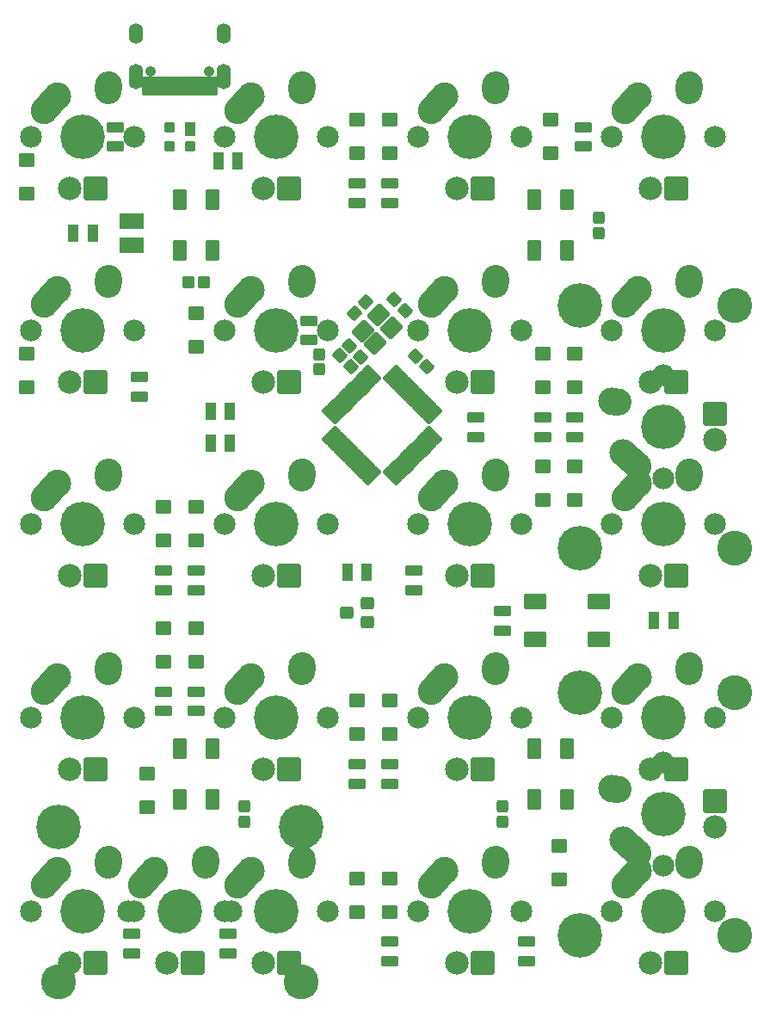
<source format=gbs>
%TF.GenerationSoftware,KiCad,Pcbnew,(7.0.0)*%
%TF.CreationDate,2023-03-11T20:18:40+01:00*%
%TF.ProjectId,Voyager20-TQFP,566f7961-6765-4723-9230-2d545146502e,rev?*%
%TF.SameCoordinates,Original*%
%TF.FileFunction,Soldermask,Bot*%
%TF.FilePolarity,Negative*%
%FSLAX46Y46*%
G04 Gerber Fmt 4.6, Leading zero omitted, Abs format (unit mm)*
G04 Created by KiCad (PCBNEW (7.0.0)) date 2023-03-11 20:18:40*
%MOMM*%
%LPD*%
G01*
G04 APERTURE LIST*
G04 Aperture macros list*
%AMRoundRect*
0 Rectangle with rounded corners*
0 $1 Rounding radius*
0 $2 $3 $4 $5 $6 $7 $8 $9 X,Y pos of 4 corners*
0 Add a 4 corners polygon primitive as box body*
4,1,4,$2,$3,$4,$5,$6,$7,$8,$9,$2,$3,0*
0 Add four circle primitives for the rounded corners*
1,1,$1+$1,$2,$3*
1,1,$1+$1,$4,$5*
1,1,$1+$1,$6,$7*
1,1,$1+$1,$8,$9*
0 Add four rect primitives between the rounded corners*
20,1,$1+$1,$2,$3,$4,$5,0*
20,1,$1+$1,$4,$5,$6,$7,0*
20,1,$1+$1,$6,$7,$8,$9,0*
20,1,$1+$1,$8,$9,$2,$3,0*%
%AMHorizOval*
0 Thick line with rounded ends*
0 $1 width*
0 $2 $3 position (X,Y) of the first rounded end (center of the circle)*
0 $4 $5 position (X,Y) of the second rounded end (center of the circle)*
0 Add line between two ends*
20,1,$1,$2,$3,$4,$5,0*
0 Add two circle primitives to create the rounded ends*
1,1,$1,$2,$3*
1,1,$1,$4,$5*%
G04 Aperture macros list end*
%ADD10C,2.150000*%
%ADD11C,4.387800*%
%ADD12HorizOval,2.650000X0.655001X0.730000X-0.655001X-0.730000X0*%
%ADD13C,2.650000*%
%ADD14HorizOval,2.650000X0.020000X0.290000X-0.020000X-0.290000X0*%
%ADD15C,2.305000*%
%ADD16RoundRect,0.200000X-0.952500X-0.952500X0.952500X-0.952500X0.952500X0.952500X-0.952500X0.952500X0*%
%ADD17C,3.448000*%
%ADD18HorizOval,2.650000X-0.730000X0.655001X0.730000X-0.655001X0*%
%ADD19HorizOval,2.650000X-0.290000X0.020000X0.290000X-0.020000X0*%
%ADD20RoundRect,0.200000X0.952500X-0.952500X0.952500X0.952500X-0.952500X0.952500X-0.952500X-0.952500X0*%
%ADD21RoundRect,0.200000X-0.017678X-0.548008X0.548008X0.017678X0.017678X0.548008X-0.548008X-0.017678X0*%
%ADD22RoundRect,0.200000X0.548008X-0.017678X-0.017678X0.548008X-0.548008X0.017678X0.017678X-0.548008X0*%
%ADD23RoundRect,0.200000X0.375000X-0.400000X0.375000X0.400000X-0.375000X0.400000X-0.375000X-0.400000X0*%
%ADD24RoundRect,0.200000X0.400000X0.375000X-0.400000X0.375000X-0.400000X-0.375000X0.400000X-0.375000X0*%
%ADD25RoundRect,0.200000X0.600000X-0.450000X0.600000X0.450000X-0.600000X0.450000X-0.600000X-0.450000X0*%
%ADD26RoundRect,0.200000X0.500000X-0.800000X0.500000X0.800000X-0.500000X0.800000X-0.500000X-0.800000X0*%
%ADD27RoundRect,0.200000X-1.015000X-0.570000X1.015000X-0.570000X1.015000X0.570000X-1.015000X0.570000X0*%
%ADD28RoundRect,0.200000X-0.650000X0.350000X-0.650000X-0.350000X0.650000X-0.350000X0.650000X0.350000X0*%
%ADD29RoundRect,0.200000X0.350000X0.650000X-0.350000X0.650000X-0.350000X-0.650000X0.350000X-0.650000X0*%
%ADD30RoundRect,0.200000X-0.350000X-0.650000X0.350000X-0.650000X0.350000X0.650000X-0.350000X0.650000X0*%
%ADD31RoundRect,0.200000X0.650000X-0.350000X0.650000X0.350000X-0.650000X0.350000X-0.650000X-0.350000X0*%
%ADD32RoundRect,0.200000X-0.900000X-0.550000X0.900000X-0.550000X0.900000X0.550000X-0.900000X0.550000X0*%
%ADD33RoundRect,0.200000X-0.350000X0.500000X-0.350000X-0.500000X0.350000X-0.500000X0.350000X0.500000X0*%
%ADD34RoundRect,0.200000X-0.350000X0.300000X-0.350000X-0.300000X0.350000X-0.300000X0.350000X0.300000X0*%
%ADD35C,1.050000*%
%ADD36RoundRect,0.200000X-0.300000X-0.725000X0.300000X-0.725000X0.300000X0.725000X-0.300000X0.725000X0*%
%ADD37RoundRect,0.200000X-0.150000X-0.725000X0.150000X-0.725000X0.150000X0.725000X-0.150000X0.725000X0*%
%ADD38O,1.400000X2.000000*%
%ADD39O,1.400000X2.500000*%
%ADD40RoundRect,0.200000X-0.070711X-0.919239X0.919239X0.070711X0.070711X0.919239X-0.919239X-0.070711X0*%
%ADD41RoundRect,0.200000X0.371231X0.760140X-0.760140X-0.371231X-0.371231X-0.760140X0.760140X0.371231X0*%
%ADD42RoundRect,0.200000X0.760140X-0.371231X-0.371231X0.760140X-0.760140X0.371231X0.371231X-0.760140X0*%
%ADD43RoundRect,0.200000X0.450000X0.400000X-0.450000X0.400000X-0.450000X-0.400000X0.450000X-0.400000X0*%
G04 APERTURE END LIST*
D10*
X42545000Y-39687500D03*
D11*
X47625000Y-39687500D03*
D10*
X52705000Y-39687500D03*
D12*
X44470000Y-36417499D03*
D13*
X45125000Y-35687500D03*
D14*
X50144999Y-34897499D03*
D13*
X50165000Y-34607500D03*
D15*
X46355000Y-44767500D03*
D16*
X48895000Y-44767500D03*
D10*
X61595000Y-39687500D03*
D11*
X66675000Y-39687500D03*
D10*
X71755000Y-39687500D03*
D12*
X63520000Y-36417499D03*
D13*
X64175000Y-35687500D03*
D14*
X69194999Y-34897499D03*
D13*
X69215000Y-34607500D03*
D15*
X65405000Y-44767500D03*
D16*
X67945000Y-44767500D03*
D10*
X80645000Y-39687500D03*
D11*
X85725000Y-39687500D03*
D10*
X90805000Y-39687500D03*
D12*
X82570000Y-36417499D03*
D13*
X83225000Y-35687500D03*
D14*
X88244999Y-34897499D03*
D13*
X88265000Y-34607500D03*
D15*
X84455000Y-44767500D03*
D16*
X86995000Y-44767500D03*
D10*
X99695000Y-39687500D03*
D11*
X104775000Y-39687500D03*
D10*
X109855000Y-39687500D03*
D12*
X101620000Y-36417499D03*
D13*
X102275000Y-35687500D03*
D14*
X107294999Y-34897499D03*
D13*
X107315000Y-34607500D03*
D15*
X103505000Y-44767500D03*
D16*
X106045000Y-44767500D03*
D10*
X42545000Y-58737500D03*
D11*
X47625000Y-58737500D03*
D10*
X52705000Y-58737500D03*
D12*
X44470000Y-55467499D03*
D13*
X45125000Y-54737500D03*
D14*
X50144999Y-53947499D03*
D13*
X50165000Y-53657500D03*
D15*
X46355000Y-63817500D03*
D16*
X48895000Y-63817500D03*
D10*
X61595000Y-58737500D03*
D11*
X66675000Y-58737500D03*
D10*
X71755000Y-58737500D03*
D12*
X63520000Y-55467499D03*
D13*
X64175000Y-54737500D03*
D14*
X69194999Y-53947499D03*
D13*
X69215000Y-53657500D03*
D15*
X65405000Y-63817500D03*
D16*
X67945000Y-63817500D03*
D10*
X80645000Y-58737500D03*
D11*
X85725000Y-58737500D03*
D10*
X90805000Y-58737500D03*
D12*
X82570000Y-55467499D03*
D13*
X83225000Y-54737500D03*
D14*
X88244999Y-53947499D03*
D13*
X88265000Y-53657500D03*
D15*
X84455000Y-63817500D03*
D16*
X86995000Y-63817500D03*
D10*
X99695000Y-58737500D03*
D11*
X104775000Y-58737500D03*
D10*
X109855000Y-58737500D03*
D12*
X101620000Y-55467499D03*
D13*
X102275000Y-54737500D03*
D14*
X107294999Y-53947499D03*
D13*
X107315000Y-53657500D03*
D15*
X103505000Y-63817500D03*
D16*
X106045000Y-63817500D03*
D10*
X42545000Y-77787500D03*
D11*
X47625000Y-77787500D03*
D10*
X52705000Y-77787500D03*
D12*
X44470000Y-74517499D03*
D13*
X45125000Y-73787500D03*
D14*
X50144999Y-72997499D03*
D13*
X50165000Y-72707500D03*
D15*
X46355000Y-82867500D03*
D16*
X48895000Y-82867500D03*
D10*
X61595000Y-77787500D03*
D11*
X66675000Y-77787500D03*
D10*
X71755000Y-77787500D03*
D12*
X63520000Y-74517499D03*
D13*
X64175000Y-73787500D03*
D14*
X69194999Y-72997499D03*
D13*
X69215000Y-72707500D03*
D15*
X65405000Y-82867500D03*
D16*
X67945000Y-82867500D03*
D10*
X80645000Y-77787500D03*
D11*
X85725000Y-77787500D03*
D10*
X90805000Y-77787500D03*
D12*
X82570000Y-74517499D03*
D13*
X83225000Y-73787500D03*
D14*
X88244999Y-72997499D03*
D13*
X88265000Y-72707500D03*
D15*
X84455000Y-82867500D03*
D16*
X86995000Y-82867500D03*
D10*
X99695000Y-77787500D03*
D11*
X104775000Y-77787500D03*
D10*
X109855000Y-77787500D03*
D12*
X101620000Y-74517499D03*
D13*
X102275000Y-73787500D03*
D14*
X107294999Y-72997499D03*
D13*
X107315000Y-72707500D03*
D15*
X103505000Y-82867500D03*
D16*
X106045000Y-82867500D03*
D10*
X42545000Y-96837500D03*
D11*
X47625000Y-96837500D03*
D10*
X52705000Y-96837500D03*
D12*
X44470000Y-93567499D03*
D13*
X45125000Y-92837500D03*
D14*
X50144999Y-92047499D03*
D13*
X50165000Y-91757500D03*
D15*
X46355000Y-101917500D03*
D16*
X48895000Y-101917500D03*
D10*
X61595000Y-96837500D03*
D11*
X66675000Y-96837500D03*
D10*
X71755000Y-96837500D03*
D12*
X63520000Y-93567499D03*
D13*
X64175000Y-92837500D03*
D14*
X69194999Y-92047499D03*
D13*
X69215000Y-91757500D03*
D15*
X65405000Y-101917500D03*
D16*
X67945000Y-101917500D03*
D10*
X80645000Y-96837500D03*
D11*
X85725000Y-96837500D03*
D10*
X90805000Y-96837500D03*
D12*
X82570000Y-93567499D03*
D13*
X83225000Y-92837500D03*
D14*
X88244999Y-92047499D03*
D13*
X88265000Y-91757500D03*
D15*
X84455000Y-101917500D03*
D16*
X86995000Y-101917500D03*
D10*
X99695000Y-96837500D03*
D11*
X104775000Y-96837500D03*
D10*
X109855000Y-96837500D03*
D12*
X101620000Y-93567499D03*
D13*
X102275000Y-92837500D03*
D14*
X107294999Y-92047499D03*
D13*
X107315000Y-91757500D03*
D15*
X103505000Y-101917500D03*
D16*
X106045000Y-101917500D03*
D10*
X42545000Y-115887500D03*
D11*
X47625000Y-115887500D03*
D10*
X52705000Y-115887500D03*
D12*
X44470000Y-112617499D03*
D13*
X45125000Y-111887500D03*
D14*
X50144999Y-111097499D03*
D13*
X50165000Y-110807500D03*
D15*
X46355000Y-120967500D03*
D16*
X48895000Y-120967500D03*
D10*
X61595000Y-115887500D03*
D11*
X66675000Y-115887500D03*
D10*
X71755000Y-115887500D03*
D12*
X63520000Y-112617499D03*
D13*
X64175000Y-111887500D03*
D14*
X69194999Y-111097499D03*
D13*
X69215000Y-110807500D03*
D15*
X65405000Y-120967500D03*
D16*
X67945000Y-120967500D03*
D10*
X80645000Y-115887500D03*
D11*
X85725000Y-115887500D03*
D10*
X90805000Y-115887500D03*
D12*
X82570000Y-112617499D03*
D13*
X83225000Y-111887500D03*
D14*
X88244999Y-111097499D03*
D13*
X88265000Y-110807500D03*
D15*
X84455000Y-120967500D03*
D16*
X86995000Y-120967500D03*
D10*
X99695000Y-115887500D03*
D11*
X104775000Y-115887500D03*
D10*
X109855000Y-115887500D03*
D12*
X101620000Y-112617499D03*
D13*
X102275000Y-111887500D03*
D14*
X107294999Y-111097499D03*
D13*
X107315000Y-110807500D03*
D15*
X103505000Y-120967500D03*
D16*
X106045000Y-120967500D03*
D11*
X96520000Y-80200500D03*
D17*
X111760000Y-80200500D03*
D10*
X104775000Y-73342500D03*
D11*
X104775000Y-68262500D03*
D10*
X104775000Y-63182500D03*
D11*
X96520000Y-56324500D03*
D17*
X111760000Y-56324500D03*
D18*
X101504999Y-71417498D03*
D13*
X100775000Y-70762500D03*
D19*
X99984999Y-65742499D03*
D13*
X99695000Y-65722500D03*
D15*
X109855000Y-69532500D03*
D20*
X109855000Y-66992500D03*
D11*
X96520000Y-118300500D03*
D17*
X111760000Y-118300500D03*
D10*
X104775000Y-111442500D03*
D11*
X104775000Y-106362500D03*
D10*
X104775000Y-101282500D03*
D11*
X96520000Y-94424500D03*
D17*
X111760000Y-94424500D03*
D18*
X101504999Y-109517498D03*
D13*
X100775000Y-108862500D03*
D19*
X99984999Y-103842499D03*
D13*
X99695000Y-103822500D03*
D15*
X109855000Y-107632500D03*
D20*
X109855000Y-105092500D03*
D11*
X45212000Y-107632500D03*
D17*
X45212000Y-122872500D03*
D10*
X52070000Y-115887500D03*
D11*
X57150000Y-115887500D03*
D10*
X62230000Y-115887500D03*
D11*
X69088000Y-107632500D03*
D17*
X69088000Y-122872500D03*
D12*
X53995000Y-112617499D03*
D13*
X54650000Y-111887500D03*
D14*
X59669999Y-111097499D03*
D13*
X59690000Y-110807500D03*
D15*
X55880000Y-120967500D03*
D16*
X58420000Y-120967500D03*
D21*
X74361224Y-57036733D03*
X75421884Y-55976073D03*
D22*
X79298822Y-56772168D03*
X78238162Y-55711508D03*
D23*
X70893357Y-62588638D03*
X70893357Y-61088638D03*
D22*
X81418539Y-62334432D03*
X80357879Y-61273772D03*
X73976630Y-62294550D03*
X72915970Y-61233890D03*
X74900047Y-61371133D03*
X73839387Y-60310473D03*
D24*
X59487500Y-53975000D03*
X57987500Y-53975000D03*
D23*
X98425000Y-49168750D03*
X98425000Y-47668750D03*
X63500000Y-107112500D03*
X63500000Y-105612500D03*
X88900000Y-107112500D03*
X88900000Y-105612500D03*
D25*
X42068750Y-45306250D03*
X42068750Y-42006250D03*
X74612500Y-41337500D03*
X74612500Y-38037500D03*
X77787500Y-41337500D03*
X77787500Y-38037500D03*
X93662500Y-41337500D03*
X93662500Y-38037500D03*
X42068750Y-64356250D03*
X42068750Y-61056250D03*
X58737500Y-60387500D03*
X58737500Y-57087500D03*
D26*
X60337500Y-50918750D03*
X57137500Y-50918750D03*
X57137500Y-45918750D03*
X60337500Y-45918750D03*
D25*
X55562500Y-79437500D03*
X55562500Y-76137500D03*
X58737500Y-79437500D03*
X58737500Y-76137500D03*
X92868750Y-75468750D03*
X92868750Y-72168750D03*
X96043750Y-75468750D03*
X96043750Y-72168750D03*
X77787500Y-98487500D03*
X77787500Y-95187500D03*
X74612500Y-98487500D03*
X74612500Y-95187500D03*
X53975000Y-105631250D03*
X53975000Y-102331250D03*
X74612500Y-115950000D03*
X74612500Y-112650000D03*
X77787500Y-115950000D03*
X77787500Y-112650000D03*
X94456250Y-112775000D03*
X94456250Y-109475000D03*
D26*
X95262500Y-104893750D03*
X92062500Y-104893750D03*
X92062500Y-99893750D03*
X95262500Y-99893750D03*
X60337500Y-104893750D03*
X57137500Y-104893750D03*
X57137500Y-99893750D03*
X60337500Y-99893750D03*
D27*
X52387500Y-50412500D03*
X52387500Y-48012500D03*
D28*
X88900000Y-86362500D03*
X88900000Y-88262500D03*
D29*
X62068750Y-66675000D03*
X60168750Y-66675000D03*
D30*
X60168750Y-69850000D03*
X62068750Y-69850000D03*
X60962500Y-42068750D03*
X62862500Y-42068750D03*
D28*
X86260895Y-67331032D03*
X86260895Y-69231032D03*
X50800000Y-38737500D03*
X50800000Y-40637500D03*
D29*
X48575000Y-49212500D03*
X46675000Y-49212500D03*
D31*
X96837500Y-40637500D03*
X96837500Y-38737500D03*
X53181250Y-65243750D03*
X53181250Y-63343750D03*
X69850000Y-59687500D03*
X69850000Y-57787500D03*
X92868750Y-69212500D03*
X92868750Y-67312500D03*
X96043750Y-69212500D03*
X96043750Y-67312500D03*
X55562500Y-84293750D03*
X55562500Y-82393750D03*
X58737500Y-84293750D03*
X58737500Y-82393750D03*
X80168750Y-84293750D03*
X80168750Y-82393750D03*
D29*
X105725000Y-87312500D03*
X103825000Y-87312500D03*
D31*
X77787500Y-103343750D03*
X77787500Y-101443750D03*
X74612500Y-103343750D03*
X74612500Y-101443750D03*
X52387500Y-120012500D03*
X52387500Y-118112500D03*
X61912500Y-120012500D03*
X61912500Y-118112500D03*
X77787500Y-120806250D03*
X77787500Y-118906250D03*
X91281250Y-120806250D03*
X91281250Y-118906250D03*
D32*
X98350000Y-85462500D03*
X92150000Y-89162500D03*
X98350000Y-89162500D03*
X92150000Y-85462500D03*
D33*
X58150000Y-38937500D03*
D34*
X58150000Y-40637500D03*
X56150000Y-40637500D03*
X56150000Y-38737500D03*
D35*
X54260000Y-33237500D03*
X60040000Y-33237500D03*
D36*
X53925000Y-34682500D03*
X54700000Y-34682500D03*
D37*
X55400000Y-34682500D03*
X55900000Y-34682500D03*
X56400000Y-34682500D03*
X56900000Y-34682500D03*
X57400000Y-34682500D03*
X57900000Y-34682500D03*
X58400000Y-34682500D03*
X58900000Y-34682500D03*
D36*
X59600000Y-34682500D03*
X60375000Y-34682500D03*
D38*
X52829999Y-29587499D03*
D39*
X52829999Y-33767499D03*
D38*
X61469999Y-29587499D03*
D39*
X61469999Y-33767499D03*
D40*
X76396139Y-60026554D03*
X77951774Y-58470919D03*
X76749693Y-57268838D03*
X75194058Y-58824473D03*
D41*
X78087295Y-63107341D03*
X78652980Y-63673027D03*
X79218666Y-64238712D03*
X79784351Y-64804397D03*
X80350037Y-65370083D03*
X80915722Y-65935768D03*
X81481407Y-66501454D03*
X82047093Y-67067139D03*
D42*
X82047093Y-69117749D03*
X81481407Y-69683434D03*
X80915722Y-70249120D03*
X80350037Y-70814805D03*
X79784351Y-71380491D03*
X79218666Y-71946176D03*
X78652980Y-72511861D03*
X78087295Y-73077547D03*
D41*
X76036685Y-73077547D03*
X75471000Y-72511861D03*
X74905314Y-71946176D03*
X74339629Y-71380491D03*
X73773943Y-70814805D03*
X73208258Y-70249120D03*
X72642573Y-69683434D03*
X72076887Y-69117749D03*
D42*
X72076887Y-67067139D03*
X72642573Y-66501454D03*
X73208258Y-65935768D03*
X73773943Y-65370083D03*
X74339629Y-64804397D03*
X74905314Y-64238712D03*
X75471000Y-63673027D03*
X76036685Y-63107341D03*
D26*
X95262500Y-50918750D03*
X92062500Y-50918750D03*
X92062500Y-45918750D03*
X95262500Y-45918750D03*
D43*
X75612500Y-85568750D03*
X75612500Y-87468750D03*
X73612500Y-86518750D03*
D29*
X75562500Y-82550000D03*
X73662500Y-82550000D03*
D31*
X58737500Y-96200000D03*
X58737500Y-94300000D03*
X55562500Y-96200000D03*
X55562500Y-94300000D03*
D25*
X58737500Y-91343750D03*
X58737500Y-88043750D03*
X55562500Y-91343750D03*
X55562500Y-88043750D03*
X96043750Y-64356250D03*
X96043750Y-61056250D03*
X92868750Y-64356250D03*
X92868750Y-61056250D03*
D31*
X77787500Y-46193750D03*
X77787500Y-44293750D03*
X74612500Y-46193750D03*
X74612500Y-44293750D03*
M02*

</source>
